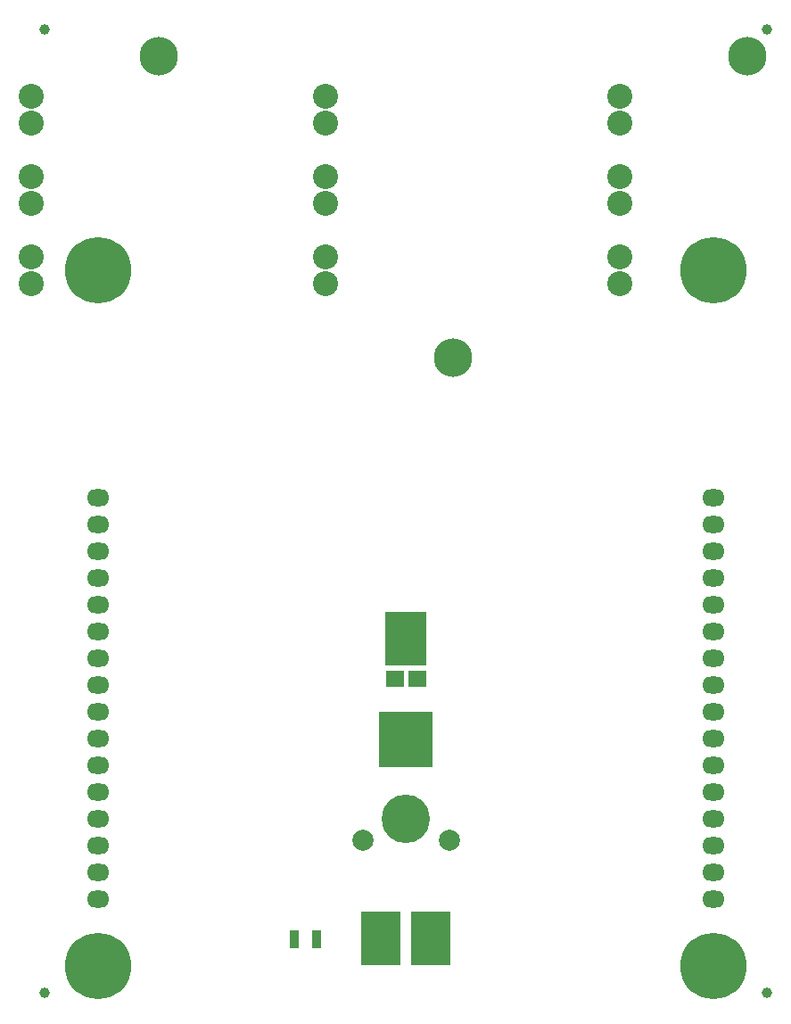
<source format=gts>
%TF.GenerationSoftware,KiCad,Pcbnew,5.1.6-c6e7f7d~87~ubuntu20.04.1*%
%TF.CreationDate,2020-07-21T10:48:28-04:00*%
%TF.ProjectId,y_arena_valve_controller,795f6172-656e-4615-9f76-616c76655f63,1.0*%
%TF.SameCoordinates,Original*%
%TF.FileFunction,Soldermask,Top*%
%TF.FilePolarity,Negative*%
%FSLAX46Y46*%
G04 Gerber Fmt 4.6, Leading zero omitted, Abs format (unit mm)*
G04 Created by KiCad (PCBNEW 5.1.6-c6e7f7d~87~ubuntu20.04.1) date 2020-07-21 10:48:28*
%MOMM*%
%LPD*%
G01*
G04 APERTURE LIST*
%ADD10O,2.132000X1.624000*%
%ADD11C,6.297600*%
%ADD12C,2.386000*%
%ADD13C,1.000000*%
%ADD14C,3.656000*%
%ADD15R,0.887400X1.700200*%
%ADD16R,4.000000X5.160000*%
%ADD17R,1.800000X1.640000*%
%ADD18C,4.600000*%
%ADD19C,2.000000*%
%ADD20R,5.100000X5.300000*%
%ADD21R,3.850000X5.100000*%
G04 APERTURE END LIST*
D10*
%TO.C,PHIDGET1*%
X59055000Y-98425000D03*
X59055000Y-111125000D03*
X59055000Y-136525000D03*
X59055000Y-128905000D03*
X59055000Y-116205000D03*
X59055000Y-113665000D03*
X59055000Y-133985000D03*
X59055000Y-121285000D03*
X59055000Y-118745000D03*
X59055000Y-131445000D03*
X59055000Y-108585000D03*
X59055000Y-126365000D03*
X59055000Y-100965000D03*
X59055000Y-103505000D03*
X59055000Y-106045000D03*
X59055000Y-123825000D03*
X117475000Y-98425000D03*
X117475000Y-100965000D03*
X117475000Y-136525000D03*
D11*
X59055000Y-142875000D03*
X59055000Y-76835000D03*
X117475000Y-76835000D03*
X117475000Y-142875000D03*
D10*
X117475000Y-103505000D03*
X117475000Y-106045000D03*
X117475000Y-108585000D03*
X117475000Y-111125000D03*
X117475000Y-113665000D03*
X117475000Y-116205000D03*
X117475000Y-118745000D03*
X117475000Y-121285000D03*
X117475000Y-123825000D03*
X117475000Y-126365000D03*
X117475000Y-128905000D03*
X117475000Y-131445000D03*
X117475000Y-133985000D03*
%TD*%
D12*
%TO.C,S1*%
X52705000Y-75565000D03*
X52705000Y-78105000D03*
%TD*%
%TO.C,S2*%
X52705000Y-67945000D03*
X52705000Y-70485000D03*
%TD*%
%TO.C,S3*%
X52705000Y-60325000D03*
X52705000Y-62865000D03*
%TD*%
%TO.C,S4*%
X80645000Y-75565000D03*
X80645000Y-78105000D03*
%TD*%
%TO.C,S5*%
X80645000Y-67945000D03*
X80645000Y-70485000D03*
%TD*%
%TO.C,S6*%
X80645000Y-60325000D03*
X80645000Y-62865000D03*
%TD*%
%TO.C,S7*%
X108585000Y-75565000D03*
X108585000Y-78105000D03*
%TD*%
%TO.C,S8*%
X108585000Y-67945000D03*
X108585000Y-70485000D03*
%TD*%
%TO.C,S9*%
X108585000Y-60325000D03*
X108585000Y-62865000D03*
%TD*%
D13*
%TO.C,FID1*%
X53975000Y-53975000D03*
%TD*%
%TO.C,FID2*%
X122555000Y-53975000D03*
%TD*%
%TO.C,FID3*%
X122555000Y-145415000D03*
%TD*%
%TO.C,FID4*%
X53975000Y-145415000D03*
%TD*%
D14*
%TO.C,MH1*%
X92710000Y-85090000D03*
%TD*%
%TO.C,MH2*%
X64770000Y-56515000D03*
%TD*%
%TO.C,MH3*%
X120650000Y-56515000D03*
%TD*%
D15*
%TO.C,C1*%
X79781400Y-140335000D03*
X77698600Y-140335000D03*
%TD*%
D16*
%TO.C,D1*%
X88265000Y-111760000D03*
D17*
X89330000Y-115560000D03*
X87200000Y-115560000D03*
%TD*%
D18*
%TO.C,P1*%
X88265000Y-128905000D03*
D19*
X84165000Y-130905000D03*
X92365000Y-130905000D03*
D20*
X88265000Y-121305000D03*
D21*
X85890000Y-140205000D03*
X90640000Y-140205000D03*
%TD*%
M02*

</source>
